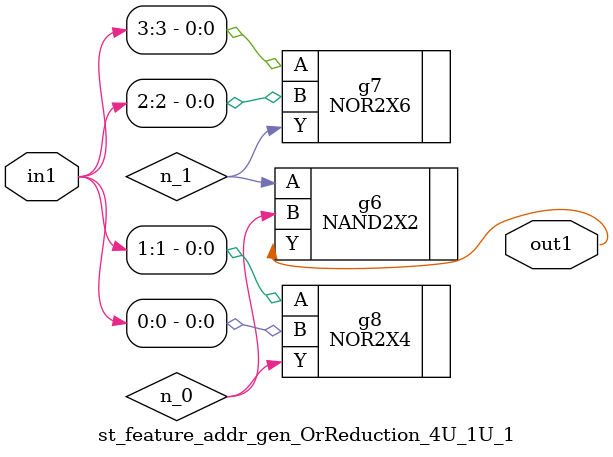
<source format=v>
`timescale 1ps / 1ps


module st_feature_addr_gen_OrReduction_4U_1U_1(in1, out1);
  input [3:0] in1;
  output out1;
  wire [3:0] in1;
  wire out1;
  wire n_0, n_1;
  NAND2X2 g6(.A (n_1), .B (n_0), .Y (out1));
  NOR2X6 g7(.A (in1[3]), .B (in1[2]), .Y (n_1));
  NOR2X4 g8(.A (in1[1]), .B (in1[0]), .Y (n_0));
endmodule



</source>
